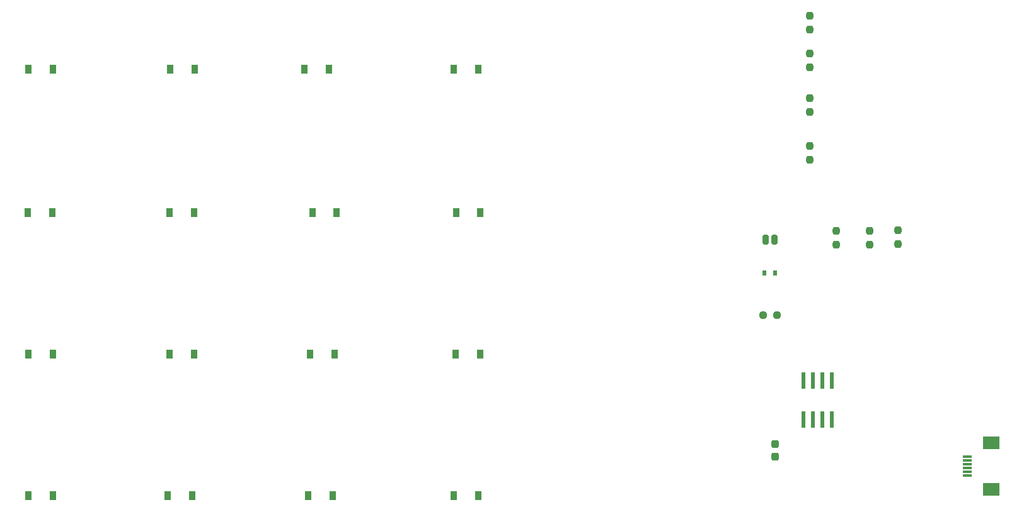
<source format=gbr>
%TF.GenerationSoftware,KiCad,Pcbnew,(6.0.1)*%
%TF.CreationDate,2022-11-17T22:19:47+08:00*%
%TF.ProjectId,Scroller1,5363726f-6c6c-4657-9231-2e6b69636164,rev?*%
%TF.SameCoordinates,Original*%
%TF.FileFunction,Paste,Top*%
%TF.FilePolarity,Positive*%
%FSLAX46Y46*%
G04 Gerber Fmt 4.6, Leading zero omitted, Abs format (unit mm)*
G04 Created by KiCad (PCBNEW (6.0.1)) date 2022-11-17 22:19:47*
%MOMM*%
%LPD*%
G01*
G04 APERTURE LIST*
G04 Aperture macros list*
%AMRoundRect*
0 Rectangle with rounded corners*
0 $1 Rounding radius*
0 $2 $3 $4 $5 $6 $7 $8 $9 X,Y pos of 4 corners*
0 Add a 4 corners polygon primitive as box body*
4,1,4,$2,$3,$4,$5,$6,$7,$8,$9,$2,$3,0*
0 Add four circle primitives for the rounded corners*
1,1,$1+$1,$2,$3*
1,1,$1+$1,$4,$5*
1,1,$1+$1,$6,$7*
1,1,$1+$1,$8,$9*
0 Add four rect primitives between the rounded corners*
20,1,$1+$1,$2,$3,$4,$5,0*
20,1,$1+$1,$4,$5,$6,$7,0*
20,1,$1+$1,$6,$7,$8,$9,0*
20,1,$1+$1,$8,$9,$2,$3,0*%
G04 Aperture macros list end*
%ADD10R,0.900000X1.200000*%
%ADD11RoundRect,0.237500X0.237500X-0.250000X0.237500X0.250000X-0.237500X0.250000X-0.237500X-0.250000X0*%
%ADD12RoundRect,0.237500X0.237500X-0.300000X0.237500X0.300000X-0.237500X0.300000X-0.237500X-0.300000X0*%
%ADD13RoundRect,0.237500X-0.237500X0.250000X-0.237500X-0.250000X0.237500X-0.250000X0.237500X0.250000X0*%
%ADD14RoundRect,0.208750X0.208750X0.431250X-0.208750X0.431250X-0.208750X-0.431250X0.208750X-0.431250X0*%
%ADD15R,0.600000X2.200000*%
%ADD16R,0.600000X0.700000*%
%ADD17RoundRect,0.237500X-0.250000X-0.237500X0.250000X-0.237500X0.250000X0.237500X-0.250000X0.237500X0*%
%ADD18R,1.300000X0.300000*%
%ADD19R,2.200000X1.800000*%
G04 APERTURE END LIST*
D10*
%TO.C,D1_1*%
X119194000Y-91821000D03*
X115894000Y-91821000D03*
%TD*%
D11*
%TO.C,RS_2*%
X182696075Y-78279000D03*
X182696075Y-76454000D03*
%TD*%
D12*
%TO.C,C1*%
X178040000Y-124714000D03*
X178040000Y-122989000D03*
%TD*%
D10*
%TO.C,D2_0*%
X138496000Y-110871000D03*
X135196000Y-110871000D03*
%TD*%
D13*
%TO.C,RT_4*%
X194550000Y-94234000D03*
X194550000Y-96059000D03*
%TD*%
D10*
%TO.C,D0_1*%
X118135400Y-72517000D03*
X114835400Y-72517000D03*
%TD*%
D14*
%TO.C,C2*%
X178032500Y-95504000D03*
X176777500Y-95504000D03*
%TD*%
D10*
%TO.C,D1_0*%
X138498000Y-91821000D03*
X135198000Y-91821000D03*
%TD*%
D15*
%TO.C,UM1*%
X181850035Y-119692460D03*
X183120035Y-119692460D03*
X184390035Y-119692460D03*
X185660035Y-119692460D03*
X185660035Y-114492460D03*
X184390035Y-114492460D03*
X183120035Y-114492460D03*
X181850035Y-114492460D03*
%TD*%
D10*
%TO.C,D1_2*%
X100016000Y-91821000D03*
X96716000Y-91821000D03*
%TD*%
%TO.C,D2_3*%
X81092000Y-110871000D03*
X77792000Y-110871000D03*
%TD*%
D13*
%TO.C,RT_2*%
X190740000Y-94314000D03*
X190740000Y-96139000D03*
%TD*%
D16*
%TO.C,D1*%
X178054000Y-99949000D03*
X176654000Y-99949000D03*
%TD*%
D11*
%TO.C,RM_1*%
X182696075Y-72286500D03*
X182696075Y-70461500D03*
%TD*%
D13*
%TO.C,RT_3*%
X186295000Y-94314000D03*
X186295000Y-96139000D03*
%TD*%
D17*
%TO.C,RT_1*%
X176492500Y-105664000D03*
X178317500Y-105664000D03*
%TD*%
D10*
%TO.C,D0_3*%
X81092000Y-72517000D03*
X77792000Y-72517000D03*
%TD*%
D11*
%TO.C,RS_1*%
X182696075Y-84709000D03*
X182696075Y-82884000D03*
%TD*%
D10*
%TO.C,D3_1*%
X118684000Y-129921000D03*
X115384000Y-129921000D03*
%TD*%
%TO.C,D2_1*%
X118938000Y-110871000D03*
X115638000Y-110871000D03*
%TD*%
D18*
%TO.C,UVW1*%
X203890000Y-127234000D03*
X203890000Y-126734000D03*
X203890000Y-126234000D03*
X203890000Y-125734000D03*
X203890000Y-125234000D03*
X203890000Y-124734000D03*
D19*
X207140000Y-129134000D03*
X207140000Y-122834000D03*
%TD*%
D10*
%TO.C,D2_2*%
X100014000Y-110871000D03*
X96714000Y-110871000D03*
%TD*%
%TO.C,D3_3*%
X81092000Y-129921000D03*
X77792000Y-129921000D03*
%TD*%
%TO.C,D3_0*%
X138242000Y-129921000D03*
X134942000Y-129921000D03*
%TD*%
%TO.C,D0_2*%
X100142000Y-72517000D03*
X96842000Y-72517000D03*
%TD*%
%TO.C,D1_3*%
X80966000Y-91821000D03*
X77666000Y-91821000D03*
%TD*%
D11*
%TO.C,RM_2*%
X182696075Y-67206500D03*
X182696075Y-65381500D03*
%TD*%
D10*
%TO.C,D3_2*%
X99760000Y-129921000D03*
X96460000Y-129921000D03*
%TD*%
%TO.C,D0_0*%
X138242000Y-72517000D03*
X134942000Y-72517000D03*
%TD*%
M02*

</source>
